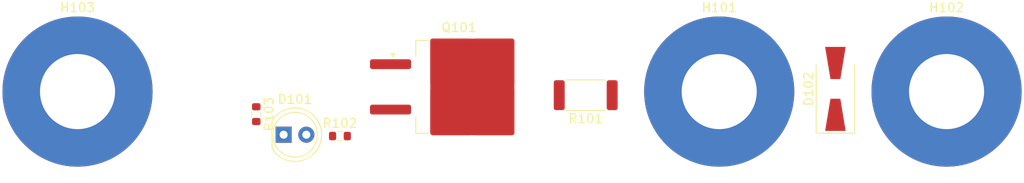
<source format=kicad_pcb>
(kicad_pcb (version 20221018) (generator pcbnew)
  (layers (0 "F.Cu" signal) (31 "B.Cu" signal) (34 "B.Paste" user) (35 "F.Paste" user) (36 "B.SilkS" user "B.Silkscreen") (37 "F.SilkS" user "F.Silkscreen") (38 "B.Mask" user) (39 "F.Mask" user) (44 "Edge.Cuts" user))
  (net 0 "")
  (net 1 "+VDC")
  (net 2 "GND")
  (net 3 "Net-(D101-A)")
  (net 4 "Net-(Q101-D)")
  (net 5 "Vin")
  (footprint "Resistor_SMD:R_0603_1608Metric" (layer "F.Cu") (at 20 2.525 -90)
    (fp_text reference "R103" (at 0 -1.43 90) (layer "F.SilkS"))
    (fp_text value "47k")
    (fp_line (start -0.237258 -0.5225) (end 0.237258 -0.5225) (stroke (width 0.12)) (layer "F.SilkS"))
    (fp_line (start -0.237258 0.5225) (end 0.237258 0.5225) (stroke (width 0.12)) (layer "F.SilkS"))
    (pad "1" smd roundrect (at -0.825 0 270) (size 0.8 0.95) (layers "F.Cu" "F.Paste" "F.Mask") (net 3 "Net-(D101-A)"))
    (pad "2" smd roundrect (at 0.825 0 270) (size 0.8 0.95) (layers "F.Cu" "F.Paste" "F.Mask") (net 2 "GND"))
  )
  (footprint "MountingHole:MountingHole_8.4mm_M8_Pad_TopBottom" (layer "F.Cu") (at 71.8 0)
    (fp_text reference "H101" (at 0 -9.4) (layer "F.SilkS"))
    (fp_text value "V+")
    (pad "1" thru_hole circle locked (at 0 0) (size 8.8 8.8) (drill 8.4) (layers "*.Cu" "*.Mask") (net 1 "+VDC"))
    (pad "1" connect circle locked (at 0 0) (size 16.8 16.8) (layers "F.Cu" "F.Mask") (net 1 "+VDC"))
    (pad "1" connect circle locked (at 0 0) (size 16.8 16.8) (layers "B.Cu" "B.Mask") (net 1 "+VDC"))
  )
  (footprint "Resistor_SMD:R_0603_1608Metric" (layer "F.Cu") (at 29.36 4.975)
    (fp_text reference "R102" (at 0 -1.43) (layer "F.SilkS"))
    (fp_text value "47k")
    (fp_line (start -0.237258 -0.5225) (end 0.237258 -0.5225) (stroke (width 0.12)) (layer "F.SilkS"))
    (fp_line (start -0.237258 0.5225) (end 0.237258 0.5225) (stroke (width 0.12)) (layer "F.SilkS"))
    (pad "1" smd roundrect (at -0.825 0) (size 0.8 0.95) (layers "F.Cu" "F.Paste" "F.Mask") (net 5 "Vin"))
    (pad "2" smd roundrect (at 0.825 0) (size 0.8 0.95) (layers "F.Cu" "F.Paste" "F.Mask") (net 3 "Net-(D101-A)"))
  )
  (footprint "Resistor_SMD:R_2512_6332Metric" (layer "F.Cu") (at 56.8625 0.4 180)
    (fp_text reference "R101" (at 0 -2.62) (layer "F.SilkS"))
    (fp_text value "10k")
    (fp_line (start -2.177064 -1.71) (end 2.177064 -1.71) (stroke (width 0.12)) (layer "F.SilkS"))
    (fp_line (start -2.177064 1.71) (end 2.177064 1.71) (stroke (width 0.12)) (layer "F.SilkS"))
    (pad "1" smd roundrect (at -2.9625 0 180) (size 1.225 3.35) (layers "F.Cu" "F.Paste" "F.Mask") (roundrect_rratio 0.204082) (net 1 "+VDC"))
    (pad "2" smd roundrect (at 2.9625 0 180) (size 1.225 3.35) (layers "F.Cu" "F.Paste" "F.Mask") (roundrect_rratio 0.204082) (net 4 "Net-(Q101-D)"))
  )
  (footprint "LED_THT:LED_D5.0mm" (layer "F.Cu") (at 23.06 4.825)
    (fp_text reference "D101" (at 1.27 -3.96) (layer "F.SilkS"))
    (fp_text value "LED")
    (fp_line (start -1.29 -1.545) (end -1.29 1.545) (stroke (width 0.12)) (layer "F.SilkS"))
    (fp_arc (start -1.29 -1.54483) (mid 2.072002 -2.880433) (end 4.26 0.000462) (stroke (width 0.12)) (layer "F.SilkS"))
    (fp_arc (start 4.26 -0.000462) (mid 2.072002 2.880433) (end -1.29 1.54483) (stroke (width 0.12)) (layer "F.SilkS"))
    (fp_circle (center 1.27 0) (end 3.77 0) (stroke (width 0.12)) (fill none) (layer "F.SilkS"))
    (pad "1" thru_hole rect (at 0 0) (size 1.8 1.8) (drill 0.9) (layers "*.Cu" "*.Mask") (net 2 "GND"))
    (pad "2" thru_hole circle (at 2.54 0) (size 1.8 1.8) (drill 0.9) (layers "*.Cu" "*.Mask") (net 3 "Net-(D101-A)"))
  )
  (footprint "Diode_SMD:D_SMA-SMB_Universal_Handsoldering" (layer "F.Cu") (at 84.8 -0.3 90)
    (fp_text reference "D102" (at 0 -3 90) (layer "F.SilkS"))
    (fp_text value "SD560B")
    (fp_line (start -4.96 -2.15) (end -4.96 2.15) (stroke (width 0.12)) (layer "F.SilkS"))
    (fp_line (start -4.96 -2.15) (end 2.7 -2.15) (stroke (width 0.12)) (layer "F.SilkS"))
    (fp_line (start -4.96 2.15) (end 2.7 2.15) (stroke (width 0.12)) (layer "F.SilkS"))
    (pad "1" smd trapezoid (at -2.9 0 90) (size 3.6 1.7) (rect_delta 0.6 0) (layers "F.Cu" "F.Paste" "F.Mask") (net 1 "+VDC"))
    (pad "2" smd trapezoid (at 2.9 0 270) (size 3.6 1.7) (rect_delta 0.6 0) (layers "F.Cu" "F.Paste" "F.Mask") (net 5 "Vin"))
  )
  (footprint "Package_TO_SOT_SMD:TO-263-2" (layer "F.Cu") (at 42.675 -0.525)
    (fp_text reference "Q101" (at 0 -6.65) (layer "F.SilkS"))
    (fp_text value "NMOS_Depletion")
    (fp_line (start -4.825 -5.2) (end -4.825 -3.39) (stroke (width 0.12)) (layer "F.SilkS"))
    (fp_line (start -4.825 5.2) (end -4.825 3.39) (stroke (width 0.12)) (layer "F.SilkS"))
    (fp_line (start -3.325 -5.2) (end -4.825 -5.2) (stroke (width 0.12)) (layer "F.SilkS"))
    (fp_line (start -3.325 5.2) (end -4.825 5.2) (stroke (width 0.12)) (layer "F.SilkS"))
    (fp_poly (pts (xy -7.3875 -3.39) (xy -7.6275 -3.72) (xy -7.1475 -3.72) (xy -7.3875 -3.39)) (stroke (width 0.12)) (fill solid) (layer "F.SilkS"))
    (pad "1" smd roundrect (at -7.65 -2.54) (size 4.6 1.1) (layers "F.Cu" "F.Paste" "F.Mask") (roundrect_rratio 0.227273) (net 3 "Net-(D101-A)"))
    (pad "2" smd roundrect (at -0.925 -2.775) (size 4.55 5.25) (layers "F.Cu" "F.Paste") (roundrect_rratio 0.054945) (net 4 "Net-(Q101-D)"))
    (pad "2" smd roundrect (at -0.925 2.775) (size 4.55 5.25) (layers "F.Cu" "F.Paste") (roundrect_rratio 0.054945) (net 4 "Net-(Q101-D)"))
    (pad "2" smd roundrect (at 1.5 0) (size 9.4 10.8) (layers "F.Cu" "F.Mask") (roundrect_rratio 0.026596) (net 4 "Net-(Q101-D)"))
    (pad "2" smd roundrect (at 3.925 -2.775) (size 4.55 5.25) (layers "F.Cu" "F.Paste") (roundrect_rratio 0.054945) (net 4 "Net-(Q101-D)"))
    (pad "2" smd roundrect (at 3.925 2.775) (size 4.55 5.25) (layers "F.Cu" "F.Paste") (roundrect_rratio 0.054945) (net 4 "Net-(Q101-D)"))
    (pad "3" smd roundrect (at -7.65 2.54) (size 4.6 1.1) (layers "F.Cu" "F.Paste" "F.Mask") (roundrect_rratio 0.227273) (net 2 "GND"))
  )
  (footprint "MountingHole:MountingHole_8.4mm_M8_Pad_TopBottom" (layer "F.Cu") (at 0 0)
    (fp_text reference "H103" (at 0 -9.4) (layer "F.SilkS"))
    (fp_text value "GND")
    (pad "1" thru_hole circle locked (at 0 0) (size 8.8 8.8) (drill 8.4) (layers "*.Cu" "*.Mask") (net 2 "GND"))
    (pad "1" connect circle locked (at 0 0) (size 16.8 16.8) (layers "F.Cu" "F.Mask") (net 2 "GND"))
    (pad "1" connect circle locked (at 0 0) (size 16.8 16.8) (layers "B.Cu" "B.Mask") (net 2 "GND"))
  )
  (footprint "MountingHole:MountingHole_8.4mm_M8_Pad_TopBottom" (layer "F.Cu") (at 97.24 0)
    (fp_text reference "H102" (at 0 -9.4) (layer "F.SilkS"))
    (fp_text value "Vin")
    (pad "1" thru_hole circle (at 0 0) (size 8.8 8.8) (drill 8.4) (layers "*.Cu" "*.Mask") (net 5 "Vin"))
    (pad "1" connect circle (at 0 0) (size 16.8 16.8) (layers "F.Cu" "F.Mask") (net 5 "Vin"))
    (pad "1" connect circle (at 0 0) (size 16.8 16.8) (layers "B.Cu" "B.Mask") (net 5 "Vin"))
  )
)
</source>
